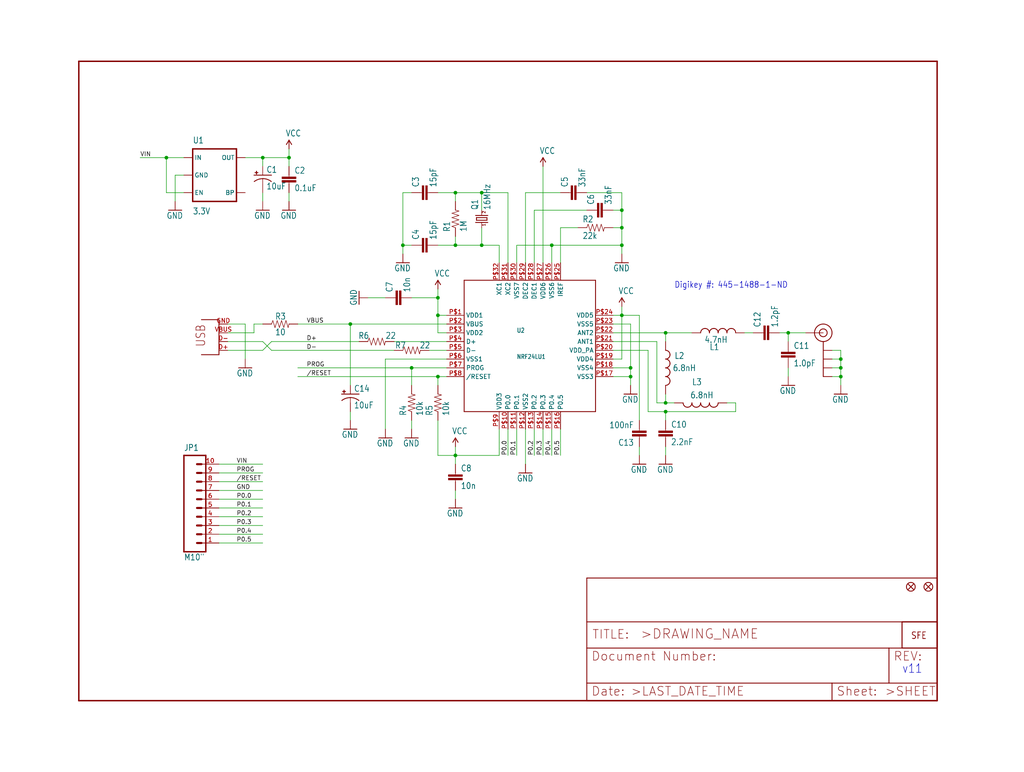
<source format=kicad_sch>
(kicad_sch (version 20211123) (generator eeschema)
  (paper "User" 297.002 223.926)
  (lib_symbols
    (symbol "schematicEagle-eagle-import:CAP0402-CAP"
      (property "Reference" "C" (at 1.524 2.921 0))
      (property "Value" "CAP0402-CAP" (at 1.524 -2.159 0))
      (symbol "CAP0402-CAP_1_0"
        (rectangle (start -2.032 0.508) (end 2.032 1.016) (fill (type outline)))
        (rectangle (start -2.032 1.524) (end 2.032 2.032) (fill (type outline)))
        (polyline (pts (xy 0 0) (xy 0 0.508)) (stroke (width 0.1524)))
        (polyline (pts (xy 0 2.54) (xy 0 2.032)) (stroke (width 0.1524)))
        (pin passive line (at 0 5.08 270) (length 2.54) (name "1") (number "1"))
        (pin passive line (at 0 -2.54 90) (length 2.54) (name "2") (number "2"))
      )
    )
    (symbol "schematicEagle-eagle-import:CAP_POL1206"
      (property "Reference" "C" (at 1.016 0.635 0))
      (property "Value" "CAP_POL1206" (at 1.016 -4.191 0))
      (symbol "CAP_POL1206_1_0"
        (rectangle (start -2.253 0.668) (end -1.364 0.795) (fill (type outline)))
        (rectangle (start -1.872 0.287) (end -1.745 1.176) (fill (type outline)))
        (arc (start 0 -1.0161) (mid -1.3021 -1.2302) (end -2.4669 -1.8504) (stroke (width 0.254)))
        (polyline (pts (xy -2.54 0) (xy 2.54 0)) (stroke (width 0.254)))
        (polyline (pts (xy 0 -1.016) (xy 0 -2.54)) (stroke (width 0.1524)))
        (arc (start 2.4892 -1.8542) (mid 1.3158 -1.2195) (end 0 -1) (stroke (width 0.254)))
        (pin passive line (at 0 2.54 270) (length 2.54) (name "+") (number "A"))
        (pin passive line (at 0 -5.08 90) (length 2.54) (name "-") (number "C"))
      )
    )
    (symbol "schematicEagle-eagle-import:CRYSTAL5X3"
      (property "Reference" "Q" (at 2.54 1.016 0))
      (property "Value" "CRYSTAL5X3" (at 2.54 -2.54 0))
      (symbol "CRYSTAL5X3_1_0"
        (polyline (pts (xy -2.54 0) (xy -1.016 0)) (stroke (width 0.1524)))
        (polyline (pts (xy -1.016 1.778) (xy -1.016 -1.778)) (stroke (width 0.254)))
        (polyline (pts (xy -0.381 -1.524) (xy 0.381 -1.524)) (stroke (width 0.254)))
        (polyline (pts (xy -0.381 1.524) (xy -0.381 -1.524)) (stroke (width 0.254)))
        (polyline (pts (xy 0.381 -1.524) (xy 0.381 1.524)) (stroke (width 0.254)))
        (polyline (pts (xy 0.381 1.524) (xy -0.381 1.524)) (stroke (width 0.254)))
        (polyline (pts (xy 1.016 0) (xy 2.54 0)) (stroke (width 0.1524)))
        (polyline (pts (xy 1.016 1.778) (xy 1.016 -1.778)) (stroke (width 0.254)))
        (text "1" (at -2.159 -1.143 0) (effects (font (size 0.8636 0.734)) (justify left bottom)))
        (text "2" (at 1.524 -1.143 0) (effects (font (size 0.8636 0.734)) (justify left bottom)))
        (pin passive line (at -2.54 0 0) (length 0) (name "1") (number "1"))
        (pin passive line (at 2.54 0 180) (length 0) (name "2") (number "3"))
      )
    )
    (symbol "schematicEagle-eagle-import:FIDUCIAL1X2"
      (symbol "FIDUCIAL1X2_1_0"
        (polyline (pts (xy -0.762 0.762) (xy 0.762 -0.762)) (stroke (width 0.254)))
        (polyline (pts (xy 0.762 0.762) (xy -0.762 -0.762)) (stroke (width 0.254)))
        (circle (center 0 0) (radius 1.27) (stroke (width 0.254)))
      )
    )
    (symbol "schematicEagle-eagle-import:FRAME-LETTER"
      (symbol "FRAME-LETTER_1_0"
        (polyline (pts (xy 0 0) (xy 248.92 0)) (stroke (width 0.4064)))
        (polyline (pts (xy 0 185.42) (xy 0 0)) (stroke (width 0.4064)))
        (polyline (pts (xy 0 185.42) (xy 248.92 185.42)) (stroke (width 0.4064)))
        (polyline (pts (xy 248.92 185.42) (xy 248.92 0)) (stroke (width 0.4064)))
      )
      (symbol "FRAME-LETTER_2_0"
        (polyline (pts (xy 0 0) (xy 0 5.08)) (stroke (width 0.254)))
        (polyline (pts (xy 0 0) (xy 71.12 0)) (stroke (width 0.254)))
        (polyline (pts (xy 0 5.08) (xy 0 15.24)) (stroke (width 0.254)))
        (polyline (pts (xy 0 5.08) (xy 71.12 5.08)) (stroke (width 0.254)))
        (polyline (pts (xy 0 15.24) (xy 0 22.86)) (stroke (width 0.254)))
        (polyline (pts (xy 0 22.86) (xy 0 35.56)) (stroke (width 0.254)))
        (polyline (pts (xy 0 22.86) (xy 101.6 22.86)) (stroke (width 0.254)))
        (polyline (pts (xy 71.12 0) (xy 101.6 0)) (stroke (width 0.254)))
        (polyline (pts (xy 71.12 5.08) (xy 71.12 0)) (stroke (width 0.254)))
        (polyline (pts (xy 71.12 5.08) (xy 87.63 5.08)) (stroke (width 0.254)))
        (polyline (pts (xy 87.63 5.08) (xy 101.6 5.08)) (stroke (width 0.254)))
        (polyline (pts (xy 87.63 15.24) (xy 0 15.24)) (stroke (width 0.254)))
        (polyline (pts (xy 87.63 15.24) (xy 87.63 5.08)) (stroke (width 0.254)))
        (polyline (pts (xy 101.6 5.08) (xy 101.6 0)) (stroke (width 0.254)))
        (polyline (pts (xy 101.6 15.24) (xy 87.63 15.24)) (stroke (width 0.254)))
        (polyline (pts (xy 101.6 15.24) (xy 101.6 5.08)) (stroke (width 0.254)))
        (polyline (pts (xy 101.6 22.86) (xy 101.6 15.24)) (stroke (width 0.254)))
        (polyline (pts (xy 101.6 35.56) (xy 0 35.56)) (stroke (width 0.254)))
        (polyline (pts (xy 101.6 35.56) (xy 101.6 22.86)) (stroke (width 0.254)))
        (text ">DRAWING_NAME" (at 15.494 17.78 0) (effects (font (size 2.7432 2.7432)) (justify left bottom)))
        (text ">LAST_DATE_TIME" (at 12.7 1.27 0) (effects (font (size 2.54 2.54)) (justify left bottom)))
        (text ">SHEET" (at 86.36 1.27 0) (effects (font (size 2.54 2.54)) (justify left bottom)))
        (text "Date:" (at 1.27 1.27 0) (effects (font (size 2.54 2.54)) (justify left bottom)))
        (text "Document Number:" (at 1.27 11.43 0) (effects (font (size 2.54 2.54)) (justify left bottom)))
        (text "REV:" (at 88.9 11.43 0) (effects (font (size 2.54 2.54)) (justify left bottom)))
        (text "Sheet:" (at 72.39 1.27 0) (effects (font (size 2.54 2.54)) (justify left bottom)))
        (text "TITLE:" (at 1.524 17.78 0) (effects (font (size 2.54 2.54)) (justify left bottom)))
      )
    )
    (symbol "schematicEagle-eagle-import:GND" (power)
      (property "Value" "GND" (at -2.54 -2.54 0))
      (symbol "GND_1_0"
        (polyline (pts (xy -1.905 0) (xy 1.905 0)) (stroke (width 0.254)))
        (pin power_in line (at 0 2.54 270) (length 2.54) (name "GND") (number "1"))
      )
    )
    (symbol "schematicEagle-eagle-import:INDUCTOR0402"
      (property "Value" "INDUCTOR0402" (at 2.54 -5.08 0))
      (symbol "INDUCTOR0402_1_0"
        (arc (start 0 -5.08) (mid 0.898 -4.708) (end 1.27 -3.81) (stroke (width 0.254)))
        (arc (start 0 -2.54) (mid 0.898 -2.168) (end 1.27 -1.27) (stroke (width 0.254)))
        (arc (start 0 0) (mid 0.898 0.372) (end 1.27 1.27) (stroke (width 0.254)))
        (arc (start 0 2.54) (mid 0.898 2.912) (end 1.27 3.81) (stroke (width 0.254)))
        (arc (start 1.27 -3.81) (mid 0.898 -2.912) (end 0 -2.54) (stroke (width 0.254)))
        (arc (start 1.27 -1.27) (mid 0.898 -0.372) (end 0 0) (stroke (width 0.254)))
        (arc (start 1.27 1.27) (mid 0.898 2.168) (end 0 2.54) (stroke (width 0.254)))
        (arc (start 1.27 3.81) (mid 0.898 4.708) (end 0 5.08) (stroke (width 0.254)))
        (pin passive line (at 0 7.62 270) (length 2.54) (name "1") (number "1"))
        (pin passive line (at 0 -7.62 90) (length 2.54) (name "2") (number "2"))
      )
    )
    (symbol "schematicEagle-eagle-import:LOGO-SFENEW"
      (symbol "LOGO-SFENEW_1_0"
        (polyline (pts (xy -2.54 -2.54) (xy 7.62 -2.54)) (stroke (width 0.254)))
        (polyline (pts (xy -2.54 5.08) (xy -2.54 -2.54)) (stroke (width 0.254)))
        (polyline (pts (xy 7.62 -2.54) (xy 7.62 5.08)) (stroke (width 0.254)))
        (polyline (pts (xy 7.62 5.08) (xy -2.54 5.08)) (stroke (width 0.254)))
        (text "SFE" (at 0 0 0) (effects (font (size 1.9304 1.6408)) (justify left bottom)))
      )
    )
    (symbol "schematicEagle-eagle-import:LOGO-SFESK"
      (symbol "LOGO-SFESK_1_0"
        (polyline (pts (xy -2.54 -2.54) (xy 7.62 -2.54)) (stroke (width 0.254)))
        (polyline (pts (xy -2.54 5.08) (xy -2.54 -2.54)) (stroke (width 0.254)))
        (polyline (pts (xy 7.62 -2.54) (xy 7.62 5.08)) (stroke (width 0.254)))
        (polyline (pts (xy 7.62 5.08) (xy -2.54 5.08)) (stroke (width 0.254)))
        (text "SFE" (at 0 0 0) (effects (font (size 1.9304 1.6408)) (justify left bottom)))
      )
    )
    (symbol "schematicEagle-eagle-import:M10{dblquote}"
      (property "Reference" "JP" (at 0 8.89 0))
      (property "Value" "M10{dblquote}" (at 0 -22.86 0))
      (symbol "M10{dblquote}_1_0"
        (polyline (pts (xy 0 7.62) (xy 0 -20.32)) (stroke (width 0.4064)))
        (polyline (pts (xy 0 7.62) (xy 6.35 7.62)) (stroke (width 0.4064)))
        (polyline (pts (xy 3.81 -17.78) (xy 5.08 -17.78)) (stroke (width 0.6096)))
        (polyline (pts (xy 3.81 -15.24) (xy 5.08 -15.24)) (stroke (width 0.6096)))
        (polyline (pts (xy 3.81 -12.7) (xy 5.08 -12.7)) (stroke (width 0.6096)))
        (polyline (pts (xy 3.81 -10.16) (xy 5.08 -10.16)) (stroke (width 0.6096)))
        (polyline (pts (xy 3.81 -7.62) (xy 5.08 -7.62)) (stroke (width 0.6096)))
        (polyline (pts (xy 3.81 -5.08) (xy 5.08 -5.08)) (stroke (width 0.6096)))
        (polyline (pts (xy 3.81 -2.54) (xy 5.08 -2.54)) (stroke (width 0.6096)))
        (polyline (pts (xy 3.81 0) (xy 5.08 0)) (stroke (width 0.6096)))
        (polyline (pts (xy 3.81 2.54) (xy 5.08 2.54)) (stroke (width 0.6096)))
        (polyline (pts (xy 3.81 5.08) (xy 5.08 5.08)) (stroke (width 0.6096)))
        (polyline (pts (xy 6.35 -20.32) (xy 0 -20.32)) (stroke (width 0.4064)))
        (polyline (pts (xy 6.35 -20.32) (xy 6.35 7.62)) (stroke (width 0.4064)))
        (pin passive line (at 10.16 -17.78 180) (length 5.08) (name "1") (number "1"))
        (pin passive line (at 10.16 5.08 180) (length 5.08) (name "10") (number "10"))
        (pin passive line (at 10.16 -15.24 180) (length 5.08) (name "2") (number "2"))
        (pin passive line (at 10.16 -12.7 180) (length 5.08) (name "3") (number "3"))
        (pin passive line (at 10.16 -10.16 180) (length 5.08) (name "4") (number "4"))
        (pin passive line (at 10.16 -7.62 180) (length 5.08) (name "5") (number "5"))
        (pin passive line (at 10.16 -5.08 180) (length 5.08) (name "6") (number "6"))
        (pin passive line (at 10.16 -2.54 180) (length 5.08) (name "7") (number "7"))
        (pin passive line (at 10.16 0 180) (length 5.08) (name "8") (number "8"))
        (pin passive line (at 10.16 2.54 180) (length 5.08) (name "9") (number "9"))
      )
    )
    (symbol "schematicEagle-eagle-import:NRF24LU1"
      (property "Value" "NRF24LU1" (at -2.54 -5.08 0))
      (symbol "NRF24LU1_1_0"
        (polyline (pts (xy -17.78 -20.32) (xy -17.78 17.78)) (stroke (width 0.254)))
        (polyline (pts (xy -17.78 -20.32) (xy 20.32 -20.32)) (stroke (width 0.254)))
        (polyline (pts (xy -17.78 17.78) (xy 20.32 17.78)) (stroke (width 0.254)))
        (polyline (pts (xy 20.32 17.78) (xy 20.32 -20.32)) (stroke (width 0.254)))
        (pin bidirectional line (at -22.86 7.62 0) (length 5.08) (name "VDD1") (number "P$1"))
        (pin bidirectional line (at -5.08 -25.4 90) (length 5.08) (name "P0.0") (number "P$10"))
        (pin bidirectional line (at -2.54 -25.4 90) (length 5.08) (name "P0.1") (number "P$11"))
        (pin bidirectional line (at 0 -25.4 90) (length 5.08) (name "VSS2") (number "P$12"))
        (pin bidirectional line (at 2.54 -25.4 90) (length 5.08) (name "P0.2") (number "P$13"))
        (pin bidirectional line (at 5.08 -25.4 90) (length 5.08) (name "P0.3") (number "P$14"))
        (pin bidirectional line (at 7.62 -25.4 90) (length 5.08) (name "P0.4") (number "P$15"))
        (pin bidirectional line (at 10.16 -25.4 90) (length 5.08) (name "P0.5") (number "P$16"))
        (pin bidirectional line (at 25.4 -10.16 180) (length 5.08) (name "VSS3") (number "P$17"))
        (pin bidirectional line (at 25.4 -7.62 180) (length 5.08) (name "VSS4") (number "P$18"))
        (pin bidirectional line (at 25.4 -5.08 180) (length 5.08) (name "VDD4") (number "P$19"))
        (pin bidirectional line (at -22.86 5.08 0) (length 5.08) (name "VBUS") (number "P$2"))
        (pin bidirectional line (at 25.4 -2.54 180) (length 5.08) (name "VDD_PA") (number "P$20"))
        (pin bidirectional line (at 25.4 0 180) (length 5.08) (name "ANT1") (number "P$21"))
        (pin bidirectional line (at 25.4 2.54 180) (length 5.08) (name "ANT2") (number "P$22"))
        (pin bidirectional line (at 25.4 5.08 180) (length 5.08) (name "VSS5") (number "P$23"))
        (pin bidirectional line (at 25.4 7.62 180) (length 5.08) (name "VDD5") (number "P$24"))
        (pin bidirectional line (at 10.16 22.86 270) (length 5.08) (name "IREF") (number "P$25"))
        (pin bidirectional line (at 7.62 22.86 270) (length 5.08) (name "VSS6") (number "P$26"))
        (pin bidirectional line (at 5.08 22.86 270) (length 5.08) (name "VDD6") (number "P$27"))
        (pin bidirectional line (at 2.54 22.86 270) (length 5.08) (name "DEC1") (number "P$28"))
        (pin bidirectional line (at 0 22.86 270) (length 5.08) (name "DEC2") (number "P$29"))
        (pin bidirectional line (at -22.86 2.54 0) (length 5.08) (name "VDD2") (number "P$3"))
        (pin bidirectional line (at -2.54 22.86 270) (length 5.08) (name "VSS7") (number "P$30"))
        (pin bidirectional line (at -5.08 22.86 270) (length 5.08) (name "XC2") (number "P$31"))
        (pin bidirectional line (at -7.62 22.86 270) (length 5.08) (name "XC1") (number "P$32"))
        (pin bidirectional line (at -22.86 0 0) (length 5.08) (name "D+") (number "P$4"))
        (pin bidirectional line (at -22.86 -2.54 0) (length 5.08) (name "D-") (number "P$5"))
        (pin bidirectional line (at -22.86 -5.08 0) (length 5.08) (name "VSS1") (number "P$6"))
        (pin bidirectional line (at -22.86 -7.62 0) (length 5.08) (name "PROG") (number "P$7"))
        (pin bidirectional line (at -22.86 -10.16 0) (length 5.08) (name "/RESET") (number "P$8"))
        (pin bidirectional line (at -7.62 -25.4 90) (length 5.08) (name "VDD3") (number "P$9"))
      )
    )
    (symbol "schematicEagle-eagle-import:RESISTOR0402-RES"
      (property "Reference" "R" (at -3.81 1.4986 0))
      (property "Value" "RESISTOR0402-RES" (at -3.81 -3.302 0))
      (symbol "RESISTOR0402-RES_1_0"
        (polyline (pts (xy -2.54 0) (xy -2.159 1.016)) (stroke (width 0.1524)))
        (polyline (pts (xy -2.159 1.016) (xy -1.524 -1.016)) (stroke (width 0.1524)))
        (polyline (pts (xy -1.524 -1.016) (xy -0.889 1.016)) (stroke (width 0.1524)))
        (polyline (pts (xy -0.889 1.016) (xy -0.254 -1.016)) (stroke (width 0.1524)))
        (polyline (pts (xy -0.254 -1.016) (xy 0.381 1.016)) (stroke (width 0.1524)))
        (polyline (pts (xy 0.381 1.016) (xy 1.016 -1.016)) (stroke (width 0.1524)))
        (polyline (pts (xy 1.016 -1.016) (xy 1.651 1.016)) (stroke (width 0.1524)))
        (polyline (pts (xy 1.651 1.016) (xy 2.286 -1.016)) (stroke (width 0.1524)))
        (polyline (pts (xy 2.286 -1.016) (xy 2.54 0)) (stroke (width 0.1524)))
        (pin passive line (at -5.08 0 0) (length 2.54) (name "1") (number "1"))
        (pin passive line (at 5.08 0 180) (length 2.54) (name "2") (number "2"))
      )
    )
    (symbol "schematicEagle-eagle-import:RESISTOR1206"
      (property "Reference" "R" (at -3.81 1.4986 0))
      (property "Value" "RESISTOR1206" (at -3.81 -3.302 0))
      (symbol "RESISTOR1206_1_0"
        (polyline (pts (xy -2.54 0) (xy -2.159 1.016)) (stroke (width 0.1524)))
        (polyline (pts (xy -2.159 1.016) (xy -1.524 -1.016)) (stroke (width 0.1524)))
        (polyline (pts (xy -1.524 -1.016) (xy -0.889 1.016)) (stroke (width 0.1524)))
        (polyline (pts (xy -0.889 1.016) (xy -0.254 -1.016)) (stroke (width 0.1524)))
        (polyline (pts (xy -0.254 -1.016) (xy 0.381 1.016)) (stroke (width 0.1524)))
        (polyline (pts (xy 0.381 1.016) (xy 1.016 -1.016)) (stroke (width 0.1524)))
        (polyline (pts (xy 1.016 -1.016) (xy 1.651 1.016)) (stroke (width 0.1524)))
        (polyline (pts (xy 1.651 1.016) (xy 2.286 -1.016)) (stroke (width 0.1524)))
        (polyline (pts (xy 2.286 -1.016) (xy 2.54 0)) (stroke (width 0.1524)))
        (pin passive line (at -5.08 0 0) (length 2.54) (name "1") (number "1"))
        (pin passive line (at 5.08 0 180) (length 2.54) (name "2") (number "2"))
      )
    )
    (symbol "schematicEagle-eagle-import:SMA_EDGE"
      (symbol "SMA_EDGE_1_0"
        (polyline (pts (xy 0 -2.54) (xy 0 -12.7)) (stroke (width 0.254)))
        (circle (center 0 0) (radius 1.1359) (stroke (width 0.254)))
        (circle (center 0 0) (radius 2.54) (stroke (width 0.254)))
        (pin bidirectional line (at -2.54 -5.08 0) (length 2.54) (name "GND@0") (number "GND@0"))
        (pin bidirectional line (at -2.54 -7.62 0) (length 2.54) (name "GND@1") (number "GND@1"))
        (pin bidirectional line (at -2.54 -10.16 0) (length 2.54) (name "GND@2") (number "GND@2"))
        (pin bidirectional line (at -2.54 -12.7 0) (length 2.54) (name "GND@3") (number "GND@3"))
        (pin bidirectional line (at 5.08 0 180) (length 5.08) (name "SIGNAL") (number "SIG"))
      )
    )
    (symbol "schematicEagle-eagle-import:USBSMD"
      (symbol "USBSMD_1_0"
        (polyline (pts (xy 0 -1.27) (xy 5.08 -1.27)) (stroke (width 0.254)))
        (polyline (pts (xy 0 8.89) (xy 0 -1.27)) (stroke (width 0.254)))
        (polyline (pts (xy 5.08 8.89) (xy 0 8.89)) (stroke (width 0.254)))
        (text "USB" (at 3.81 0 900) (effects (font (size 2.54 2.159)) (justify left bottom)))
        (pin bidirectional line (at -2.54 7.62 0) (length 2.54) (name "D+") (number "D+"))
        (pin bidirectional line (at -2.54 5.08 0) (length 2.54) (name "D-") (number "D-"))
        (pin bidirectional line (at -2.54 0 0) (length 2.54) (name "GND") (number "GND"))
        (pin bidirectional line (at -2.54 2.54 0) (length 2.54) (name "VBUS") (number "VBUS"))
      )
    )
    (symbol "schematicEagle-eagle-import:VCC" (power)
      (property "Value" "VCC" (at -1.016 3.556 0))
      (symbol "VCC_1_0"
        (polyline (pts (xy 0 2.54) (xy -0.762 1.27)) (stroke (width 0.254)))
        (polyline (pts (xy 0.762 1.27) (xy 0 2.54)) (stroke (width 0.254)))
        (pin power_in line (at 0 0 90) (length 2.54) (name "VCC") (number "1"))
      )
    )
    (symbol "schematicEagle-eagle-import:V_REG_LDOSMD"
      (property "Value" "V_REG_LDOSMD" (at -7.62 -11.43 0))
      (symbol "V_REG_LDOSMD_1_0"
        (polyline (pts (xy -7.62 -7.62) (xy 5.08 -7.62)) (stroke (width 0.4064)))
        (polyline (pts (xy -7.62 7.62) (xy -7.62 -7.62)) (stroke (width 0.4064)))
        (polyline (pts (xy 5.08 -7.62) (xy 5.08 7.62)) (stroke (width 0.4064)))
        (polyline (pts (xy 5.08 7.62) (xy -7.62 7.62)) (stroke (width 0.4064)))
        (pin input line (at -10.16 5.08 0) (length 2.54) (name "IN") (number "1"))
        (pin input line (at -10.16 0 0) (length 2.54) (name "GND") (number "2"))
        (pin input line (at -10.16 -5.08 0) (length 2.54) (name "EN") (number "3"))
        (pin input line (at 7.62 -5.08 180) (length 2.54) (name "BP") (number "4"))
        (pin passive line (at 7.62 5.08 180) (length 2.54) (name "OUT") (number "5"))
      )
    )
  )
  (junction (at 76.2 45.72))
  (junction (at 132.08 132.08))
  (junction (at 160.02 71.12))
  (junction (at 127 86.36))
  (junction (at 228.6 96.52))
  (junction (at 193.04 119.38))
  (junction (at 139.7 71.12))
  (junction (at 193.04 96.52))
  (junction (at 193.04 116.84))
  (junction (at 101.6 93.98))
  (junction (at 180.34 71.12))
  (junction (at 180.34 91.44))
  (junction (at 83.82 45.72))
  (junction (at 132.08 71.12))
  (junction (at 180.34 60.96))
  (junction (at 139.7 55.88))
  (junction (at 127 109.22))
  (junction (at 180.34 66.04))
  (junction (at 48.26 45.72))
  (junction (at 132.08 55.88))
  (junction (at 119.38 106.68))
  (junction (at 243.84 109.22))
  (junction (at 243.84 106.68))
  (junction (at 116.84 71.12))
  (junction (at 243.84 104.14))
  (junction (at 182.88 106.68))
  (junction (at 127 91.44))
  (junction (at 182.88 109.22))
  (wire (pts (xy 243.84 104.14) (xy 243.84 106.68)))
  (wire (pts (xy 48.26 55.88) (xy 53.34 55.88)))
  (wire (pts (xy 132.08 71.12) (xy 127 71.12)))
  (wire (pts (xy 127 96.52) (xy 127 91.44)))
  (wire (pts (xy 177.8 93.98) (xy 182.88 93.98)))
  (wire (pts (xy 63.5 137.16) (xy 76.2 137.16)))
  (wire (pts (xy 63.5 139.7) (xy 76.2 139.7)))
  (wire (pts (xy 190.5 99.06) (xy 190.5 116.84)))
  (wire (pts (xy 147.32 124.46) (xy 147.32 132.08)))
  (wire (pts (xy 78.74 101.6) (xy 76.2 99.06)))
  (wire (pts (xy 144.78 71.12) (xy 144.78 76.2)))
  (wire (pts (xy 177.8 99.06) (xy 190.5 99.06)))
  (wire (pts (xy 162.56 66.04) (xy 167.64 66.04)))
  (wire (pts (xy 149.86 71.12) (xy 160.02 71.12)))
  (wire (pts (xy 157.48 76.2) (xy 157.48 48.26)))
  (wire (pts (xy 132.08 68.58) (xy 132.08 71.12)))
  (wire (pts (xy 129.54 96.52) (xy 127 96.52)))
  (wire (pts (xy 119.38 71.12) (xy 116.84 71.12)))
  (wire (pts (xy 160.02 76.2) (xy 160.02 71.12)))
  (wire (pts (xy 228.6 96.52) (xy 233.68 96.52)))
  (wire (pts (xy 193.04 119.38) (xy 193.04 121.92)))
  (wire (pts (xy 162.56 124.46) (xy 162.56 132.08)))
  (wire (pts (xy 132.08 142.24) (xy 132.08 144.78)))
  (wire (pts (xy 193.04 114.3) (xy 193.04 116.84)))
  (wire (pts (xy 177.8 104.14) (xy 180.34 104.14)))
  (wire (pts (xy 63.5 134.62) (xy 76.2 134.62)))
  (wire (pts (xy 76.2 101.6) (xy 66.04 101.6)))
  (wire (pts (xy 147.32 55.88) (xy 147.32 76.2)))
  (wire (pts (xy 73.66 93.98) (xy 73.66 96.52)))
  (wire (pts (xy 127 86.36) (xy 119.38 86.36)))
  (wire (pts (xy 124.46 101.6) (xy 129.54 101.6)))
  (wire (pts (xy 76.2 48.26) (xy 76.2 45.72)))
  (wire (pts (xy 182.88 93.98) (xy 182.88 106.68)))
  (wire (pts (xy 182.88 109.22) (xy 182.88 111.76)))
  (wire (pts (xy 83.82 55.88) (xy 83.82 58.42)))
  (wire (pts (xy 129.54 104.14) (xy 111.76 104.14)))
  (wire (pts (xy 193.04 129.54) (xy 193.04 132.08)))
  (wire (pts (xy 48.26 45.72) (xy 40.64 45.72)))
  (wire (pts (xy 243.84 109.22) (xy 243.84 111.76)))
  (wire (pts (xy 139.7 71.12) (xy 144.78 71.12)))
  (wire (pts (xy 187.96 101.6) (xy 187.96 119.38)))
  (wire (pts (xy 177.8 109.22) (xy 182.88 109.22)))
  (wire (pts (xy 185.42 129.54) (xy 185.42 132.08)))
  (wire (pts (xy 241.3 109.22) (xy 243.84 109.22)))
  (wire (pts (xy 63.5 152.4) (xy 76.2 152.4)))
  (wire (pts (xy 73.66 96.52) (xy 66.04 96.52)))
  (wire (pts (xy 177.8 60.96) (xy 180.34 60.96)))
  (wire (pts (xy 154.94 124.46) (xy 154.94 132.08)))
  (wire (pts (xy 76.2 45.72) (xy 83.82 45.72)))
  (wire (pts (xy 241.3 106.68) (xy 243.84 106.68)))
  (wire (pts (xy 228.6 96.52) (xy 226.06 96.52)))
  (wire (pts (xy 119.38 106.68) (xy 86.36 106.68)))
  (wire (pts (xy 63.5 142.24) (xy 76.2 142.24)))
  (wire (pts (xy 180.34 60.96) (xy 180.34 55.88)))
  (wire (pts (xy 180.34 104.14) (xy 180.34 91.44)))
  (wire (pts (xy 48.26 45.72) (xy 48.26 55.88)))
  (wire (pts (xy 213.36 119.38) (xy 213.36 116.84)))
  (wire (pts (xy 63.5 149.86) (xy 76.2 149.86)))
  (wire (pts (xy 152.4 76.2) (xy 152.4 55.88)))
  (wire (pts (xy 228.6 106.68) (xy 228.6 109.22)))
  (wire (pts (xy 101.6 111.76) (xy 101.6 93.98)))
  (wire (pts (xy 53.34 45.72) (xy 48.26 45.72)))
  (wire (pts (xy 144.78 132.08) (xy 144.78 124.46)))
  (wire (pts (xy 228.6 99.06) (xy 228.6 96.52)))
  (wire (pts (xy 149.86 76.2) (xy 149.86 71.12)))
  (wire (pts (xy 160.02 71.12) (xy 180.34 71.12)))
  (wire (pts (xy 127 86.36) (xy 127 83.82)))
  (wire (pts (xy 152.4 55.88) (xy 162.56 55.88)))
  (wire (pts (xy 139.7 66.04) (xy 139.7 71.12)))
  (wire (pts (xy 180.34 91.44) (xy 180.34 88.9)))
  (wire (pts (xy 129.54 106.68) (xy 119.38 106.68)))
  (wire (pts (xy 50.8 50.8) (xy 50.8 58.42)))
  (wire (pts (xy 83.82 43.18) (xy 83.82 45.72)))
  (wire (pts (xy 132.08 134.62) (xy 132.08 132.08)))
  (wire (pts (xy 193.04 116.84) (xy 195.58 116.84)))
  (wire (pts (xy 177.8 91.44) (xy 180.34 91.44)))
  (wire (pts (xy 132.08 58.42) (xy 132.08 55.88)))
  (wire (pts (xy 200.66 96.52) (xy 193.04 96.52)))
  (wire (pts (xy 63.5 154.94) (xy 76.2 154.94)))
  (wire (pts (xy 177.8 66.04) (xy 180.34 66.04)))
  (wire (pts (xy 193.04 119.38) (xy 213.36 119.38)))
  (wire (pts (xy 116.84 55.88) (xy 119.38 55.88)))
  (wire (pts (xy 132.08 132.08) (xy 132.08 129.54)))
  (wire (pts (xy 83.82 48.26) (xy 83.82 45.72)))
  (wire (pts (xy 127 91.44) (xy 127 86.36)))
  (wire (pts (xy 76.2 99.06) (xy 66.04 99.06)))
  (wire (pts (xy 152.4 124.46) (xy 152.4 134.62)))
  (wire (pts (xy 241.3 101.6) (xy 243.84 101.6)))
  (wire (pts (xy 111.76 104.14) (xy 111.76 124.46)))
  (wire (pts (xy 76.2 93.98) (xy 73.66 93.98)))
  (wire (pts (xy 63.5 157.48) (xy 76.2 157.48)))
  (wire (pts (xy 129.54 91.44) (xy 127 91.44)))
  (wire (pts (xy 243.84 101.6) (xy 243.84 104.14)))
  (wire (pts (xy 154.94 60.96) (xy 170.18 60.96)))
  (wire (pts (xy 213.36 116.84) (xy 210.82 116.84)))
  (wire (pts (xy 129.54 99.06) (xy 114.3 99.06)))
  (wire (pts (xy 127 109.22) (xy 127 111.76)))
  (wire (pts (xy 160.02 124.46) (xy 160.02 132.08)))
  (wire (pts (xy 182.88 106.68) (xy 182.88 109.22)))
  (wire (pts (xy 180.34 55.88) (xy 170.18 55.88)))
  (wire (pts (xy 119.38 121.92) (xy 119.38 124.46)))
  (wire (pts (xy 149.86 124.46) (xy 149.86 132.08)))
  (wire (pts (xy 139.7 55.88) (xy 147.32 55.88)))
  (wire (pts (xy 63.5 144.78) (xy 76.2 144.78)))
  (wire (pts (xy 190.5 116.84) (xy 193.04 116.84)))
  (wire (pts (xy 162.56 76.2) (xy 162.56 66.04)))
  (wire (pts (xy 63.5 147.32) (xy 76.2 147.32)))
  (wire (pts (xy 116.84 71.12) (xy 116.84 73.66)))
  (wire (pts (xy 111.76 86.36) (xy 106.68 86.36)))
  (wire (pts (xy 129.54 93.98) (xy 101.6 93.98)))
  (wire (pts (xy 101.6 119.38) (xy 101.6 121.92)))
  (wire (pts (xy 243.84 106.68) (xy 243.84 109.22)))
  (wire (pts (xy 78.74 99.06) (xy 76.2 101.6)))
  (wire (pts (xy 129.54 109.22) (xy 127 109.22)))
  (wire (pts (xy 157.48 124.46) (xy 157.48 132.08)))
  (wire (pts (xy 218.44 96.52) (xy 215.9 96.52)))
  (wire (pts (xy 241.3 104.14) (xy 243.84 104.14)))
  (wire (pts (xy 139.7 71.12) (xy 132.08 71.12)))
  (wire (pts (xy 127 132.08) (xy 132.08 132.08)))
  (wire (pts (xy 154.94 76.2) (xy 154.94 60.96)))
  (wire (pts (xy 104.14 99.06) (xy 78.74 99.06)))
  (wire (pts (xy 139.7 60.96) (xy 139.7 55.88)))
  (wire (pts (xy 180.34 91.44) (xy 185.42 91.44)))
  (wire (pts (xy 114.3 101.6) (xy 78.74 101.6)))
  (wire (pts (xy 76.2 58.42) (xy 76.2 55.88)))
  (wire (pts (xy 127 109.22) (xy 86.36 109.22)))
  (wire (pts (xy 132.08 132.08) (xy 144.78 132.08)))
  (wire (pts (xy 185.42 91.44) (xy 185.42 121.92)))
  (wire (pts (xy 71.12 93.98) (xy 66.04 93.98)))
  (wire (pts (xy 187.96 119.38) (xy 193.04 119.38)))
  (wire (pts (xy 180.34 71.12) (xy 180.34 73.66)))
  (wire (pts (xy 180.34 66.04) (xy 180.34 60.96)))
  (wire (pts (xy 86.36 93.98) (xy 101.6 93.98)))
  (wire (pts (xy 71.12 93.98) (xy 71.12 104.14)))
  (wire (pts (xy 177.8 96.52) (xy 193.04 96.52)))
  (wire (pts (xy 193.04 99.06) (xy 193.04 96.52)))
  (wire (pts (xy 177.8 101.6) (xy 187.96 101.6)))
  (wire (pts (xy 139.7 55.88) (xy 132.08 55.88)))
  (wire (pts (xy 119.38 111.76) (xy 119.38 106.68)))
  (wire (pts (xy 71.12 45.72) (xy 76.2 45.72)))
  (wire (pts (xy 116.84 71.12) (xy 116.84 55.88)))
  (wire (pts (xy 127 121.92) (xy 127 132.08)))
  (wire (pts (xy 180.34 71.12) (xy 180.34 66.04)))
  (wire (pts (xy 132.08 55.88) (xy 127 55.88)))
  (wire (pts (xy 53.34 50.8) (xy 50.8 50.8)))
  (wire (pts (xy 177.8 106.68) (xy 182.88 106.68)))
  (text "Digikey #: 445-1488-1-ND" (at 195.58 83.82 180) (effects (font (size 1.778 1.5113)) (justify left bottom)))
  (text "v11" (at 261.62 195.58 180) (effects (font (size 2.54 2.159)) (justify left bottom)))
  (label "PROG" (at 88.9 106.68 0) (effects (font (size 1.2446 1.2446))))
  (label "GND" (at 68.58 142.24 0) (effects (font (size 1.2446 1.2446))))
  (label "VIN" (at 40.64 45.72 0) (effects (font (size 1.2446 1.2446))))
  (label "P0.1" (at 68.58 147.32 0) (effects (font (size 1.2446 1.2446))))
  (label "P0.2" (at 68.58 149.86 0) (effects (font (size 1.2446 1.2446))))
  (label "VBUS" (at 88.9 93.98 0) (effects (font (size 1.2446 1.2446))))
  (label "P0.1" (at 149.86 132.08 90) (effects (font (size 1.2446 1.2446))))
  (label "/RESET" (at 68.58 139.7 0) (effects (font (size 1.2446 1.2446))))
  (label "P0.5" (at 162.56 132.08 90) (effects (font (size 1.2446 1.2446))))
  (label "P0.0" (at 147.32 132.08 90) (effects (font (size 1.2446 1.2446))))
  (label "P0.3" (at 68.58 152.4 0) (effects (font (size 1.2446 1.2446))))
  (label "P0.0" (at 68.58 144.78 0) (effects (font (size 1.2446 1.2446))))
  (label "D-" (at 88.9 101.6 0) (effects (font (size 1.2446 1.2446))))
  (label "/RESET" (at 88.9 109.22 0) (effects (font (size 1.2446 1.2446))))
  (label "PROG" (at 68.58 137.16 0) (effects (font (size 1.2446 1.2446))))
  (label "P0.5" (at 68.58 157.48 0) (effects (font (size 1.2446 1.2446))))
  (label "P0.4" (at 68.58 154.94 0) (effects (font (size 1.2446 1.2446))))
  (label "P0.3" (at 157.48 132.08 90) (effects (font (size 1.2446 1.2446))))
  (label "D+" (at 88.9 99.06 0) (effects (font (size 1.2446 1.2446))))
  (label "P0.2" (at 154.94 132.08 90) (effects (font (size 1.2446 1.2446))))
  (label "VIN" (at 68.58 134.62 0) (effects (font (size 1.2446 1.2446))))
  (label "P0.4" (at 160.02 132.08 90) (effects (font (size 1.2446 1.2446))))
  (symbol (lib_id "schematicEagle-eagle-import:GND") (at 182.88 114.3 0) (unit 1)
    (property "Reference" "#GND16" (effects hide))
    (property "Value" "GND" (at 180.34 116.84 0) (effects (font (size 1.778 1.5113)) (justify left bottom)))
    (property "Footprint" "schematicEagle:" (effects hide))
  )
  (symbol (lib_id "schematicEagle-eagle-import:GND") (at 76.2 60.96 0) (unit 1)
    (property "Reference" "#GND2" (effects hide))
    (property "Value" "GND" (at 73.66 63.5 0) (effects (font (size 1.778 1.5113)) (justify left bottom)))
    (property "Footprint" "schematicEagle:" (effects hide))
  )
  (symbol (lib_id "schematicEagle-eagle-import:VCC") (at 180.34 88.9 0) (unit 1)
    (property "Reference" "#P+4" (effects hide))
    (property "Value" "VCC" (at 179.324 85.344 0) (effects (font (size 1.778 1.5113)) (justify left bottom)))
    (property "Footprint" "schematicEagle:" (effects hide))
  )
  (symbol (lib_id "schematicEagle-eagle-import:CAP0402-CAP") (at 175.26 60.96 90) (unit 1)
    (property "Reference" "C6" (at 172.339 59.436 0) (effects (font (size 1.778 1.5113)) (justify left bottom)))
    (property "Value" "33nF" (at 177.419 59.436 0) (effects (font (size 1.778 1.5113)) (justify left bottom)))
    (property "Footprint" "schematicEagle:0402-CAP" (effects hide))
  )
  (symbol (lib_id "schematicEagle-eagle-import:CAP0402-CAP") (at 185.42 124.46 180) (unit 1)
    (property "Reference" "C13" (at 183.896 127.381 0) (effects (font (size 1.778 1.5113)) (justify left bottom)))
    (property "Value" "100nF" (at 183.896 122.301 0) (effects (font (size 1.778 1.5113)) (justify left bottom)))
    (property "Footprint" "schematicEagle:0402-CAP" (effects hide))
  )
  (symbol (lib_id "schematicEagle-eagle-import:GND") (at 116.84 76.2 0) (unit 1)
    (property "Reference" "#GND3" (effects hide))
    (property "Value" "GND" (at 114.3 78.74 0) (effects (font (size 1.778 1.5113)) (justify left bottom)))
    (property "Footprint" "schematicEagle:" (effects hide))
  )
  (symbol (lib_id "schematicEagle-eagle-import:GND") (at 152.4 137.16 0) (unit 1)
    (property "Reference" "#GND5" (effects hide))
    (property "Value" "GND" (at 149.86 139.7 0) (effects (font (size 1.778 1.5113)) (justify left bottom)))
    (property "Footprint" "schematicEagle:" (effects hide))
  )
  (symbol (lib_id "schematicEagle-eagle-import:GND") (at 83.82 60.96 0) (unit 1)
    (property "Reference" "#GND6" (effects hide))
    (property "Value" "GND" (at 81.28 63.5 0) (effects (font (size 1.778 1.5113)) (justify left bottom)))
    (property "Footprint" "schematicEagle:" (effects hide))
  )
  (symbol (lib_id "schematicEagle-eagle-import:GND") (at 104.14 86.36 270) (unit 1)
    (property "Reference" "#GND12" (effects hide))
    (property "Value" "GND" (at 101.6 83.82 0) (effects (font (size 1.778 1.5113)) (justify left bottom)))
    (property "Footprint" "schematicEagle:" (effects hide))
  )
  (symbol (lib_id "schematicEagle-eagle-import:GND") (at 193.04 134.62 0) (unit 1)
    (property "Reference" "#GND13" (effects hide))
    (property "Value" "GND" (at 190.5 137.16 0) (effects (font (size 1.778 1.5113)) (justify left bottom)))
    (property "Footprint" "schematicEagle:" (effects hide))
  )
  (symbol (lib_id "schematicEagle-eagle-import:GND") (at 71.12 106.68 0) (unit 1)
    (property "Reference" "#GND7" (effects hide))
    (property "Value" "GND" (at 68.58 109.22 0) (effects (font (size 1.778 1.5113)) (justify left bottom)))
    (property "Footprint" "schematicEagle:" (effects hide))
  )
  (symbol (lib_id "schematicEagle-eagle-import:CAP0402-CAP") (at 83.82 53.34 0) (unit 1)
    (property "Reference" "C2" (at 85.344 50.419 0) (effects (font (size 1.778 1.5113)) (justify left bottom)))
    (property "Value" "0.1uF" (at 85.344 55.499 0) (effects (font (size 1.778 1.5113)) (justify left bottom)))
    (property "Footprint" "schematicEagle:0402-CAP" (effects hide))
  )
  (symbol (lib_id "schematicEagle-eagle-import:INDUCTOR0402") (at 208.28 96.52 90) (unit 1)
    (property "Reference" "L1" (at 205.74 101.6 90) (effects (font (size 1.778 1.5113)) (justify right top)))
    (property "Value" "4.7nH" (at 211.074 97.536 90) (effects (font (size 1.778 1.5113)) (justify left bottom)))
    (property "Footprint" "schematicEagle:C0402" (effects hide))
  )
  (symbol (lib_id "schematicEagle-eagle-import:FRAME-LETTER") (at 170.18 203.2 0) (unit 2)
    (property "Reference" "#FRAME1" (effects hide))
    (property "Value" "FRAME-LETTER" (effects hide))
    (property "Footprint" "schematicEagle:" (effects hide))
  )
  (symbol (lib_id "schematicEagle-eagle-import:VCC") (at 83.82 43.18 0) (unit 1)
    (property "Reference" "#P+1" (effects hide))
    (property "Value" "VCC" (at 82.804 39.624 0) (effects (font (size 1.778 1.5113)) (justify left bottom)))
    (property "Footprint" "schematicEagle:" (effects hide))
  )
  (symbol (lib_id "schematicEagle-eagle-import:INDUCTOR0402") (at 203.2 116.84 270) (unit 1)
    (property "Reference" "L3" (at 200.66 111.76 90) (effects (font (size 1.778 1.5113)) (justify left bottom)))
    (property "Value" "6.8nH" (at 200.152 115.57 90) (effects (font (size 1.778 1.5113)) (justify left bottom)))
    (property "Footprint" "schematicEagle:C0402" (effects hide))
  )
  (symbol (lib_id "schematicEagle-eagle-import:GND") (at 111.76 127 0) (unit 1)
    (property "Reference" "#GND11" (effects hide))
    (property "Value" "GND" (at 109.22 129.54 0) (effects (font (size 1.778 1.5113)) (justify left bottom)))
    (property "Footprint" "schematicEagle:" (effects hide))
  )
  (symbol (lib_id "schematicEagle-eagle-import:CAP0402-CAP") (at 228.6 104.14 0) (unit 1)
    (property "Reference" "C11" (at 230.124 101.219 0) (effects (font (size 1.778 1.5113)) (justify left bottom)))
    (property "Value" "1.0pF" (at 230.124 106.299 0) (effects (font (size 1.778 1.5113)) (justify left bottom)))
    (property "Footprint" "schematicEagle:0402-CAP" (effects hide))
  )
  (symbol (lib_id "schematicEagle-eagle-import:CAP0402-CAP") (at 124.46 71.12 90) (unit 1)
    (property "Reference" "C4" (at 121.539 69.596 0) (effects (font (size 1.778 1.5113)) (justify left bottom)))
    (property "Value" "15pF" (at 126.619 69.596 0) (effects (font (size 1.778 1.5113)) (justify left bottom)))
    (property "Footprint" "schematicEagle:0402-CAP" (effects hide))
  )
  (symbol (lib_id "schematicEagle-eagle-import:GND") (at 119.38 127 0) (unit 1)
    (property "Reference" "#GND8" (effects hide))
    (property "Value" "GND" (at 116.84 129.54 0) (effects (font (size 1.778 1.5113)) (justify left bottom)))
    (property "Footprint" "schematicEagle:" (effects hide))
  )
  (symbol (lib_id "schematicEagle-eagle-import:INDUCTOR0402") (at 193.04 106.68 0) (unit 1)
    (property "Reference" "L2" (at 195.58 104.14 0) (effects (font (size 1.778 1.5113)) (justify left bottom)))
    (property "Value" "6.8nH" (at 195.072 107.696 0) (effects (font (size 1.778 1.5113)) (justify left bottom)))
    (property "Footprint" "schematicEagle:C0402" (effects hide))
  )
  (symbol (lib_id "schematicEagle-eagle-import:VCC") (at 127 83.82 0) (unit 1)
    (property "Reference" "#P+5" (effects hide))
    (property "Value" "VCC" (at 125.984 80.264 0) (effects (font (size 1.778 1.5113)) (justify left bottom)))
    (property "Footprint" "schematicEagle:" (effects hide))
  )
  (symbol (lib_id "schematicEagle-eagle-import:RESISTOR0402-RES") (at 109.22 99.06 0) (unit 1)
    (property "Reference" "R6" (at 103.886 98.3234 0) (effects (font (size 1.778 1.5113)) (justify left bottom)))
    (property "Value" "22" (at 111.76 98.298 0) (effects (font (size 1.778 1.5113)) (justify left bottom)))
    (property "Footprint" "schematicEagle:0402-RES" (effects hide))
  )
  (symbol (lib_id "schematicEagle-eagle-import:M10{dblquote}") (at 53.34 139.7 0) (unit 1)
    (property "Reference" "JP1" (at 53.34 130.81 0) (effects (font (size 1.778 1.5113)) (justify left bottom)))
    (property "Value" "M10{dblquote}" (at 53.34 162.56 0) (effects (font (size 1.778 1.5113)) (justify left bottom)))
    (property "Footprint" "schematicEagle:1X10" (effects hide))
  )
  (symbol (lib_id "schematicEagle-eagle-import:CAP0402-CAP") (at 124.46 55.88 90) (unit 1)
    (property "Reference" "C3" (at 121.539 54.356 0) (effects (font (size 1.778 1.5113)) (justify left bottom)))
    (property "Value" "15pF" (at 126.619 54.356 0) (effects (font (size 1.778 1.5113)) (justify left bottom)))
    (property "Footprint" "schematicEagle:0402-CAP" (effects hide))
  )
  (symbol (lib_id "schematicEagle-eagle-import:FIDUCIAL1X2") (at 269.24 170.18 0) (unit 1)
    (property "Reference" "U$13" (effects hide))
    (property "Value" "FIDUCIAL1X2" (effects hide))
    (property "Footprint" "schematicEagle:FIDUCIAL-1X2" (effects hide))
  )
  (symbol (lib_id "schematicEagle-eagle-import:RESISTOR0402-RES") (at 127 116.84 90) (unit 1)
    (property "Reference" "R5" (at 125.5014 120.65 0) (effects (font (size 1.778 1.5113)) (justify left bottom)))
    (property "Value" "10k" (at 130.302 120.65 0) (effects (font (size 1.778 1.5113)) (justify left bottom)))
    (property "Footprint" "schematicEagle:0402-RES" (effects hide))
  )
  (symbol (lib_id "schematicEagle-eagle-import:CAP0402-CAP") (at 193.04 127 0) (unit 1)
    (property "Reference" "C10" (at 194.564 124.079 0) (effects (font (size 1.778 1.5113)) (justify left bottom)))
    (property "Value" "2.2nF" (at 194.564 129.159 0) (effects (font (size 1.778 1.5113)) (justify left bottom)))
    (property "Footprint" "schematicEagle:0402-CAP" (effects hide))
  )
  (symbol (lib_id "schematicEagle-eagle-import:RESISTOR0402-RES") (at 119.38 116.84 90) (unit 1)
    (property "Reference" "R4" (at 117.8814 120.65 0) (effects (font (size 1.778 1.5113)) (justify left bottom)))
    (property "Value" "10k" (at 122.682 120.65 0) (effects (font (size 1.778 1.5113)) (justify left bottom)))
    (property "Footprint" "schematicEagle:0402-RES" (effects hide))
  )
  (symbol (lib_id "schematicEagle-eagle-import:GND") (at 180.34 76.2 0) (unit 1)
    (property "Reference" "#GND4" (effects hide))
    (property "Value" "GND" (at 177.8 78.74 0) (effects (font (size 1.778 1.5113)) (justify left bottom)))
    (property "Footprint" "schematicEagle:" (effects hide))
  )
  (symbol (lib_id "schematicEagle-eagle-import:SMA_EDGE") (at 238.76 96.52 0) (mirror y) (unit 1)
    (property "Reference" "J$1" (effects hide))
    (property "Value" "SMA_EDGE" (effects hide))
    (property "Footprint" "schematicEagle:SMA-EDGE" (effects hide))
  )
  (symbol (lib_id "schematicEagle-eagle-import:CAP0402-CAP") (at 167.64 55.88 90) (unit 1)
    (property "Reference" "C5" (at 164.719 54.356 0) (effects (font (size 1.778 1.5113)) (justify left bottom)))
    (property "Value" "33nF" (at 169.799 54.356 0) (effects (font (size 1.778 1.5113)) (justify left bottom)))
    (property "Footprint" "schematicEagle:0402-CAP" (effects hide))
  )
  (symbol (lib_id "schematicEagle-eagle-import:RESISTOR0402-RES") (at 132.08 63.5 90) (unit 1)
    (property "Reference" "R1" (at 130.5814 67.31 0) (effects (font (size 1.778 1.5113)) (justify left bottom)))
    (property "Value" "1M" (at 135.382 67.31 0) (effects (font (size 1.778 1.5113)) (justify left bottom)))
    (property "Footprint" "schematicEagle:0402-RES" (effects hide))
  )
  (symbol (lib_id "schematicEagle-eagle-import:FIDUCIAL1X2") (at 264.16 170.18 0) (unit 1)
    (property "Reference" "U$12" (effects hide))
    (property "Value" "FIDUCIAL1X2" (effects hide))
    (property "Footprint" "schematicEagle:FIDUCIAL-1X2" (effects hide))
  )
  (symbol (lib_id "schematicEagle-eagle-import:USBSMD") (at 63.5 93.98 180) (unit 1)
    (property "Reference" "X1" (effects hide))
    (property "Value" "USBSMD" (effects hide))
    (property "Footprint" "schematicEagle:USB-MINIB" (effects hide))
  )
  (symbol (lib_id "schematicEagle-eagle-import:CAP0402-CAP") (at 116.84 86.36 90) (unit 1)
    (property "Reference" "C7" (at 113.919 84.836 0) (effects (font (size 1.778 1.5113)) (justify left bottom)))
    (property "Value" "10n" (at 118.999 84.836 0) (effects (font (size 1.778 1.5113)) (justify left bottom)))
    (property "Footprint" "schematicEagle:0402-CAP" (effects hide))
  )
  (symbol (lib_id "schematicEagle-eagle-import:LOGO-SFENEW") (at 264.16 185.42 0) (unit 1)
    (property "Reference" "JP2" (effects hide))
    (property "Value" "LOGO-SFENEW" (effects hide))
    (property "Footprint" "schematicEagle:SFE-NEW-WEBLOGO" (effects hide))
  )
  (symbol (lib_id "schematicEagle-eagle-import:CRYSTAL5X3") (at 139.7 63.5 90) (unit 1)
    (property "Reference" "Q1" (at 138.684 60.96 0) (effects (font (size 1.778 1.5113)) (justify left bottom)))
    (property "Value" "16MHz" (at 142.24 60.96 0) (effects (font (size 1.778 1.5113)) (justify left bottom)))
    (property "Footprint" "schematicEagle:CRYSTAL-SMD-5X3" (effects hide))
  )
  (symbol (lib_id "schematicEagle-eagle-import:VCC") (at 157.48 48.26 0) (unit 1)
    (property "Reference" "#P+2" (effects hide))
    (property "Value" "VCC" (at 156.464 44.704 0) (effects (font (size 1.778 1.5113)) (justify left bottom)))
    (property "Footprint" "schematicEagle:" (effects hide))
  )
  (symbol (lib_id "schematicEagle-eagle-import:GND") (at 101.6 124.46 0) (unit 1)
    (property "Reference" "#GND9" (effects hide))
    (property "Value" "GND" (at 99.06 127 0) (effects (font (size 1.778 1.5113)) (justify left bottom)))
    (property "Footprint" "schematicEagle:" (effects hide))
  )
  (symbol (lib_id "schematicEagle-eagle-import:GND") (at 228.6 111.76 0) (unit 1)
    (property "Reference" "#GND15" (effects hide))
    (property "Value" "GND" (at 226.06 114.3 0) (effects (font (size 1.778 1.5113)) (justify left bottom)))
    (property "Footprint" "schematicEagle:" (effects hide))
  )
  (symbol (lib_id "schematicEagle-eagle-import:RESISTOR0402-RES") (at 119.38 101.6 0) (unit 1)
    (property "Reference" "R7" (at 114.554 101.1174 0) (effects (font (size 1.778 1.5113)) (justify left bottom)))
    (property "Value" "22" (at 121.666 101.092 0) (effects (font (size 1.778 1.5113)) (justify left bottom)))
    (property "Footprint" "schematicEagle:0402-RES" (effects hide))
  )
  (symbol (lib_id "schematicEagle-eagle-import:RESISTOR1206") (at 81.28 93.98 0) (unit 1)
    (property "Reference" "R3" (at 79.756 92.7354 0) (effects (font (size 1.778 1.5113)) (justify left bottom)))
    (property "Value" "10" (at 79.756 97.282 0) (effects (font (size 1.778 1.5113)) (justify left bottom)))
    (property "Footprint" "schematicEagle:1206" (effects hide))
  )
  (symbol (lib_id "schematicEagle-eagle-import:FRAME-LETTER") (at 22.86 203.2 0) (unit 1)
    (property "Reference" "#FRAME1" (effects hide))
    (property "Value" "FRAME-LETTER" (effects hide))
    (property "Footprint" "schematicEagle:" (effects hide))
  )
  (symbol (lib_id "schematicEagle-eagle-import:V_REG_LDOSMD") (at 63.5 50.8 0) (unit 1)
    (property "Reference" "U1" (at 55.88 41.656 0) (effects (font (size 1.778 1.5113)) (justify left bottom)))
    (property "Value" "3.3V" (at 55.88 62.23 0) (effects (font (size 1.778 1.5113)) (justify left bottom)))
    (property "Footprint" "schematicEagle:SOT23-5" (effects hide))
  )
  (symbol (lib_id "schematicEagle-eagle-import:GND") (at 185.42 134.62 0) (unit 1)
    (property "Reference" "#GND17" (effects hide))
    (property "Value" "GND" (at 182.88 137.16 0) (effects (font (size 1.778 1.5113)) (justify left bottom)))
    (property "Footprint" "schematicEagle:" (effects hide))
  )
  (symbol (lib_id "schematicEagle-eagle-import:GND") (at 243.84 114.3 0) (unit 1)
    (property "Reference" "#GND18" (effects hide))
    (property "Value" "GND" (at 241.3 116.84 0) (effects (font (size 1.778 1.5113)) (justify left bottom)))
    (property "Footprint" "schematicEagle:" (effects hide))
  )
  (symbol (lib_id "schematicEagle-eagle-import:NRF24LU1") (at 152.4 99.06 0) (unit 1)
    (property "Reference" "U2" (at 149.86 96.52 0) (effects (font (size 1.27 1.0795)) (justify left bottom)))
    (property "Value" "NRF24LU1" (at 149.86 104.14 0) (effects (font (size 1.27 1.0795)) (justify left bottom)))
    (property "Footprint" "schematicEagle:QFN-32" (effects hide))
  )
  (symbol (lib_id "schematicEagle-eagle-import:GND") (at 132.08 147.32 0) (unit 1)
    (property "Reference" "#GND10" (effects hide))
    (property "Value" "GND" (at 129.54 149.86 0) (effects (font (size 1.778 1.5113)) (justify left bottom)))
    (property "Footprint" "schematicEagle:" (effects hide))
  )
  (symbol (lib_id "schematicEagle-eagle-import:LOGO-SFESK") (at 264.16 185.42 0) (unit 1)
    (property "Reference" "U$14" (effects hide))
    (property "Value" "LOGO-SFESK" (effects hide))
    (property "Footprint" "schematicEagle:SFE-LOGO-FLAME" (effects hide))
  )
  (symbol (lib_id "schematicEagle-eagle-import:CAP0402-CAP") (at 132.08 139.7 0) (unit 1)
    (property "Reference" "C8" (at 133.604 136.779 0) (effects (font (size 1.778 1.5113)) (justify left bottom)))
    (property "Value" "10n" (at 133.604 141.859 0) (effects (font (size 1.778 1.5113)) (justify left bottom)))
    (property "Footprint" "schematicEagle:0402-CAP" (effects hide))
  )
  (symbol (lib_id "schematicEagle-eagle-import:CAP0402-CAP") (at 223.52 96.52 90) (unit 1)
    (property "Reference" "C12" (at 220.599 94.996 0) (effects (font (size 1.778 1.5113)) (justify left bottom)))
    (property "Value" "1.2pF" (at 225.679 94.996 0) (effects (font (size 1.778 1.5113)) (justify left bottom)))
    (property "Footprint" "schematicEagle:0402-CAP" (effects hide))
  )
  (symbol (lib_id "schematicEagle-eagle-import:CAP_POL1206") (at 76.2 50.8 0) (unit 1)
    (property "Reference" "C1" (at 77.216 50.165 0) (effects (font (size 1.778 1.5113)) (justify left bottom)))
    (property "Value" "10uF" (at 77.216 54.991 0) (effects (font (size 1.778 1.5113)) (justify left bottom)))
    (property "Footprint" "schematicEagle:EIA3216" (effects hide))
  )
  (symbol (lib_id "schematicEagle-eagle-import:CAP_POL1206") (at 101.6 114.3 0) (unit 1)
    (property "Reference" "C14" (at 102.616 113.665 0) (effects (font (size 1.778 1.5113)) (justify left bottom)))
    (property "Value" "10uF" (at 102.616 118.491 0) (effects (font (size 1.778 1.5113)) (justify left bottom)))
    (property "Footprint" "schematicEagle:EIA3216" (effects hide))
  )
  (symbol (lib_id "schematicEagle-eagle-import:RESISTOR0402-RES") (at 172.72 66.04 0) (unit 1)
    (property "Reference" "R2" (at 168.91 64.5414 0) (effects (font (size 1.778 1.5113)) (justify left bottom)))
    (property "Value" "22k" (at 168.91 69.342 0) (effects (font (size 1.778 1.5113)) (justify left bottom)))
    (property "Footprint" "schematicEagle:0402-RES" (effects hide))
  )
  (symbol (lib_id "schematicEagle-eagle-import:VCC") (at 132.08 129.54 0) (unit 1)
    (property "Reference" "#P+3" (effects hide))
    (property "Value" "VCC" (at 131.064 125.984 0) (effects (font (size 1.778 1.5113)) (justify left bottom)))
    (property "Footprint" "schematicEagle:" (effects hide))
  )
  (symbol (lib_id "schematicEagle-eagle-import:GND") (at 50.8 60.96 0) (unit 1)
    (property "Reference" "#GND1" (effects hide))
    (property "Value" "GND" (at 48.26 63.5 0) (effects (font (size 1.778 1.5113)) (justify left bottom)))
    (property "Footprint" "schematicEagle:" (effects hide))
  )
)
</source>
